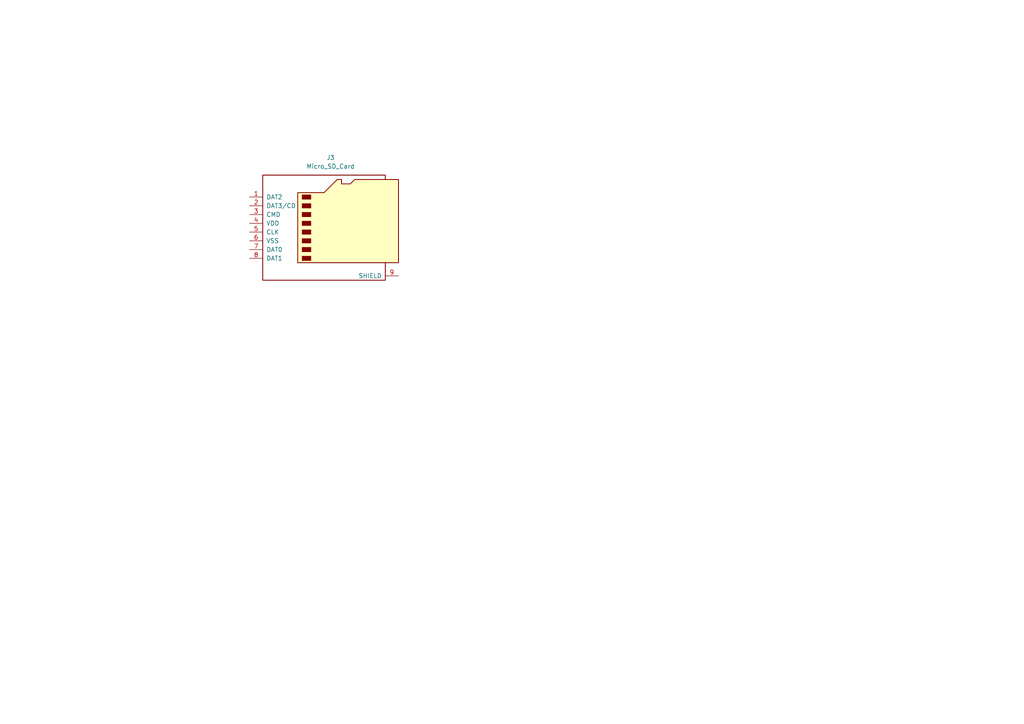
<source format=kicad_sch>
(kicad_sch (version 20250114) (generator "eeschema") (generator_version "9.0")
  (paper "A4")
  (lib_symbols
    (symbol "Connector:Micro_SD_Card" (pin_names (offset 1.016))
      (property "Reference" "J" (at -16.51 15.24 0))
      (property "Value" "Micro_SD_Card" (at 16.51 15.24 0))
      (symbol "Micro_SD_Card_0_1"
        (polyline (pts (xy -8.89 -11.43) (xy -8.89 8.89) (xy -1.27 8.89) (xy 2.54 12.7) (xy 3.81 12.7) (xy 3.81 11.43) (xy 6.35 11.43) (xy 7.62 12.7) (xy 20.32 12.7) (xy 20.32 -11.43) (xy -8.89 -11.43)) (stroke (width 0.254)) (fill (type background)))
        (rectangle (start -7.62 8.255) (end -5.08 6.985) (fill (type outline)))
        (rectangle (start -7.62 5.715) (end -5.08 4.445) (fill (type outline)))
        (rectangle (start -7.62 3.175) (end -5.08 1.905) (fill (type outline)))
        (rectangle (start -7.62 0.635) (end -5.08 -0.635) (fill (type outline)))
        (rectangle (start -7.62 -1.905) (end -5.08 -3.175) (fill (type outline)))
        (rectangle (start -7.62 -4.445) (end -5.08 -5.715) (fill (type outline)))
        (rectangle (start -7.62 -6.985) (end -5.08 -8.255) (fill (type outline)))
        (rectangle (start -7.62 -9.525) (end -5.08 -10.795) (fill (type outline)))
        (polyline (pts (xy 16.51 12.7) (xy 16.51 13.97) (xy -19.05 13.97) (xy -19.05 -16.51) (xy 16.51 -16.51) (xy 16.51 -11.43)) (stroke (width 0.254)))
      )
      (symbol "Micro_SD_Card_1_1"
        (pin bidirectional line (at -22.86 7.62 0) (length 3.81) (name "DAT2") (number "1"))
        (pin bidirectional line (at -22.86 5.08 0) (length 3.81) (name "DAT3/CD") (number "2"))
        (pin input line (at -22.86 2.54 0) (length 3.81) (name "CMD") (number "3"))
        (pin power_in line (at -22.86 0 0) (length 3.81) (name "VDD") (number "4"))
        (pin input line (at -22.86 -2.54 0) (length 3.81) (name "CLK") (number "5"))
        (pin power_in line (at -22.86 -5.08 0) (length 3.81) (name "VSS") (number "6"))
        (pin bidirectional line (at -22.86 -7.62 0) (length 3.81) (name "DAT0") (number "7"))
        (pin bidirectional line (at -22.86 -10.16 0) (length 3.81) (name "DAT1") (number "8"))
        (pin passive line (at 20.32 -15.24 180) (length 3.81) (name "SHIELD") (number "9"))
      )
    )
  )
  (symbol (lib_id "Connector:Micro_SD_Card") (at 95.25 64.77 0) (unit 1)
    (property "Reference" "J3" (at 95.885 45.72 0))
    (property "Value" "Micro_SD_Card" (at 95.885 48.26 0))
    (property "Footprint" "Connector_Card:microSD_HC_Molex_47219-2001" (effects (hide yes)))
    (property "Datasheet" "https://www.we-online.com/components/products/datasheet/693072010801.pdf" (effects (hide yes)))
    (property "Description" "Micro SD Card Socket" (effects (hide yes)))
  )
)
</source>
